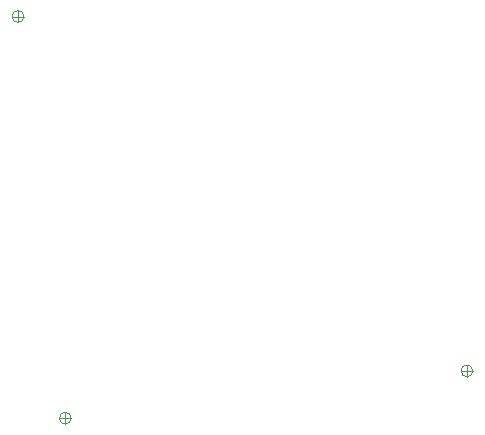
<source format=gbr>
%TF.GenerationSoftware,KiCad,Pcbnew,9.0.4*%
%TF.CreationDate,2025-10-01T23:04:08+01:00*%
%TF.ProjectId,mm_rgb_ring,6d6d5f72-6762-45f7-9269-6e672e6b6963,0.4*%
%TF.SameCoordinates,PX8d24d00PY36d6160*%
%TF.FileFunction,AssemblyDrawing,Top*%
%FSLAX45Y45*%
G04 Gerber Fmt 4.5, Leading zero omitted, Abs format (unit mm)*
G04 Created by KiCad (PCBNEW 9.0.4) date 2025-10-01 23:04:08*
%MOMM*%
%LPD*%
G01*
G04 APERTURE LIST*
%ADD10C,0.100000*%
G04 APERTURE END LIST*
D10*
%TO.C,GS1*%
X-1950000Y1500000D02*
X-1850000Y1500000D01*
X-1900000Y1550000D02*
X-1900000Y1450000D01*
X-1850000Y1500000D02*
G75*
G02*
X-1950000Y1500000I-50000J0D01*
G01*
X-1950000Y1500000D02*
G75*
G02*
X-1850000Y1500000I50000J0D01*
G01*
%TO.C,GS2*%
X1850000Y-1500000D02*
X1950000Y-1500000D01*
X1900000Y-1450000D02*
X1900000Y-1550000D01*
X1950000Y-1500000D02*
G75*
G02*
X1850000Y-1500000I-50000J0D01*
G01*
X1850000Y-1500000D02*
G75*
G02*
X1950000Y-1500000I50000J0D01*
G01*
%TO.C,GS3*%
X-1550000Y-1900000D02*
X-1450000Y-1900000D01*
X-1500000Y-1850000D02*
X-1500000Y-1950000D01*
X-1450000Y-1900000D02*
G75*
G02*
X-1550000Y-1900000I-50000J0D01*
G01*
X-1550000Y-1900000D02*
G75*
G02*
X-1450000Y-1900000I50000J0D01*
G01*
%TD*%
M02*

</source>
